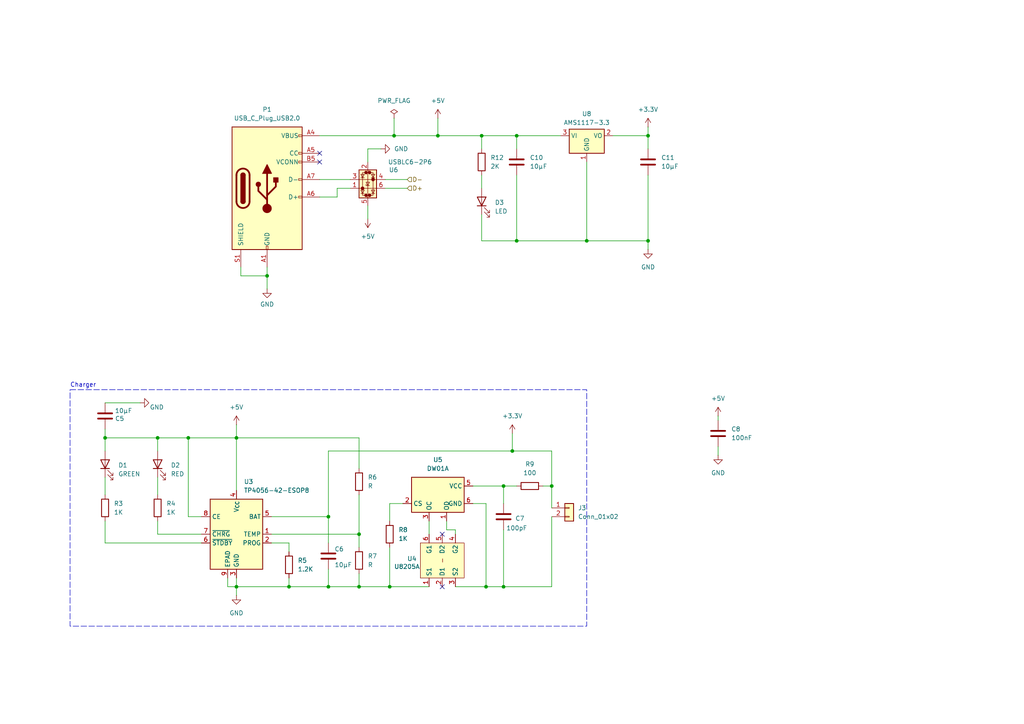
<source format=kicad_sch>
(kicad_sch (version 20250114) (generator "eeschema") (generator_version "9.0")
  (paper "A4")
  (lib_symbols
    (symbol "Battery_Management:DW01A"
      (property "Reference" "U" (at -6.604 6.35 0))
      (property "Value" "DW01A" (at 4.318 6.604 0))
      (symbol "DW01A_0_1"
        (pin power_in line (at -10.16 2.54 0) (length 2.54) (name "VCC") (number "5"))
        (pin power_in line (at -10.16 -2.54 0) (length 2.54) (name "GND") (number "6"))
        (pin output line (at -2.54 -7.62 90) (length 2.54) (name "OD") (number "1"))
        (pin output line (at 2.54 -7.62 90) (length 2.54) (name "OC") (number "3"))
        (pin input line (at 10.16 -2.54 180) (length 2.54) (name "CS") (number "2"))
      )
      (symbol "DW01A_1_1"
        (rectangle (start -7.62 5.08) (end 7.62 -5.08) (stroke (width 0.254)) (fill (type background)))
        (pin no_connect line (at 10.16 2.54 180) (length 2.54) (hide yes) (name "TD") (number "4"))
      )
    )
    (symbol "Battery_Management:TP4056-42-ESOP8"
      (property "Reference" "U" (at -6.604 11.684 0))
      (property "Value" "TP4056-42-ESOP8" (at 10.16 11.684 0))
      (symbol "TP4056-42-ESOP8_1_0"
        (pin input line (at -10.16 5.08 0) (length 2.54) (name "CE") (number "8"))
        (pin open_collector line (at -10.16 0 0) (length 2.54) (name "~{CHRG}") (number "7"))
        (pin open_collector line (at -10.16 -2.54 0) (length 2.54) (name "~{STDBY}") (number "6"))
        (pin passive line (at -2.54 -12.7 90) (length 2.54) (name "EPAD") (number "9"))
        (pin power_in line (at 0 12.7 270) (length 2.54) (name "V_{CC}") (number "4"))
        (pin power_in line (at 0 -12.7 90) (length 2.54) (name "GND") (number "3"))
        (pin power_out line (at 10.16 5.08 180) (length 2.54) (name "BAT") (number "5"))
        (pin input line (at 10.16 0 180) (length 2.54) (name "TEMP") (number "1"))
        (pin passive line (at 10.16 -2.54 180) (length 2.54) (name "PROG") (number "2"))
      )
      (symbol "TP4056-42-ESOP8_1_1"
        (rectangle (start -7.62 10.16) (end 7.62 -10.16) (stroke (width 0.254)) (fill (type background)))
      )
    )
    (symbol "Connector:USB_C_Plug_USB2.0" (pin_names (offset 1.016))
      (property "Reference" "P" (at -10.16 19.05 0))
      (property "Value" "USB_C_Plug_USB2.0" (at 12.7 19.05 0))
      (symbol "USB_C_Plug_USB2.0_0_0"
        (rectangle (start -0.254 -17.78) (end 0.254 -16.764))
        (rectangle (start 10.16 15.494) (end 9.144 14.986))
        (rectangle (start 10.16 10.414) (end 9.144 9.906))
        (rectangle (start 10.16 7.874) (end 9.144 7.366))
        (rectangle (start 10.16 2.794) (end 9.144 2.286))
        (rectangle (start 10.16 -2.286) (end 9.144 -2.794))
      )
      (symbol "USB_C_Plug_USB2.0_0_1"
        (rectangle (start -10.16 17.78) (end 10.16 -17.78) (stroke (width 0.254)) (fill (type background)))
        (polyline (pts (xy -8.89 -3.81) (xy -8.89 3.81)) (stroke (width 0.508)))
        (rectangle (start -7.62 -3.81) (end -6.35 3.81) (stroke (width 0.254)) (fill (type outline)))
        (arc (start -7.62 3.81) (mid -6.985 4.4423) (end -6.35 3.81) (stroke (width 0.254)))
        (arc (start -7.62 3.81) (mid -6.985 4.4423) (end -6.35 3.81) (stroke (width 0.254)) (fill (type outline)))
        (arc (start -8.89 3.81) (mid -6.985 5.7067) (end -5.08 3.81) (stroke (width 0.508)))
        (arc (start -5.08 -3.81) (mid -6.985 -5.7067) (end -8.89 -3.81) (stroke (width 0.508)))
        (arc (start -6.35 -3.81) (mid -6.985 -4.4423) (end -7.62 -3.81) (stroke (width 0.254)))
        (arc (start -6.35 -3.81) (mid -6.985 -4.4423) (end -7.62 -3.81) (stroke (width 0.254)) (fill (type outline)))
        (polyline (pts (xy -5.08 3.81) (xy -5.08 -3.81)) (stroke (width 0.508)))
        (circle (center -2.54 1.143) (radius 0.635) (stroke (width 0.254)) (fill (type outline)))
        (polyline (pts (xy -1.27 4.318) (xy 0 6.858) (xy 1.27 4.318) (xy -1.27 4.318)) (stroke (width 0.254)) (fill (type outline)))
        (polyline (pts (xy 0 -2.032) (xy 2.54 0.508) (xy 2.54 1.778)) (stroke (width 0.508)))
        (polyline (pts (xy 0 -3.302) (xy -2.54 -0.762) (xy -2.54 0.508)) (stroke (width 0.508)))
        (polyline (pts (xy 0 -5.842) (xy 0 4.318)) (stroke (width 0.508)))
        (circle (center 0 -5.842) (radius 1.27) (fill (type outline)))
        (rectangle (start 1.905 1.778) (end 3.175 3.048) (stroke (width 0.254)) (fill (type outline)))
      )
      (symbol "USB_C_Plug_USB2.0_1_1"
        (pin passive line (at -7.62 -22.86 90) (length 5.08) (name "SHIELD") (number "S1"))
        (pin passive line (at 0 -22.86 90) (length 5.08) (name "GND") (number "A1"))
        (pin passive line (at 0 -22.86 90) (length 5.08) (hide yes) (name "GND") (number "A12"))
        (pin passive line (at 0 -22.86 90) (length 5.08) (hide yes) (name "GND") (number "B1"))
        (pin passive line (at 0 -22.86 90) (length 5.08) (hide yes) (name "GND") (number "B12"))
        (pin passive line (at 15.24 15.24 180) (length 5.08) (name "VBUS") (number "A4"))
        (pin passive line (at 15.24 15.24 180) (length 5.08) (hide yes) (name "VBUS") (number "A9"))
        (pin passive line (at 15.24 15.24 180) (length 5.08) (hide yes) (name "VBUS") (number "B4"))
        (pin passive line (at 15.24 15.24 180) (length 5.08) (hide yes) (name "VBUS") (number "B9"))
        (pin bidirectional line (at 15.24 10.16 180) (length 5.08) (name "CC") (number "A5"))
        (pin bidirectional line (at 15.24 7.62 180) (length 5.08) (name "VCONN") (number "B5"))
        (pin bidirectional line (at 15.24 2.54 180) (length 5.08) (name "D-") (number "A7"))
        (pin bidirectional line (at 15.24 -2.54 180) (length 5.08) (name "D+") (number "A6"))
      )
    )
    (symbol "Connector_Generic:Conn_01x02" (pin_names (offset 1.016) (hide yes))
      (property "Reference" "J" (at 0 2.54 0))
      (property "Value" "Conn_01x02" (at 0 -5.08 0))
      (symbol "Conn_01x02_1_1"
        (rectangle (start -1.27 1.27) (end 1.27 -3.81) (stroke (width 0.254)) (fill (type background)))
        (rectangle (start -1.27 0.127) (end 0 -0.127) (stroke (width 0.1524)))
        (rectangle (start -1.27 -2.413) (end 0 -2.667) (stroke (width 0.1524)))
        (pin passive line (at -5.08 0 0) (length 3.81) (name "Pin_1") (number "1"))
        (pin passive line (at -5.08 -2.54 0) (length 3.81) (name "Pin_2") (number "2"))
      )
    )
    (symbol "Device:C" (pin_numbers (hide yes)) (pin_names (offset 0.254))
      (property "Reference" "C" (at 0.635 2.54 0))
      (property "Value" "C" (at 0.635 -2.54 0))
      (symbol "C_0_1"
        (polyline (pts (xy -2.032 0.762) (xy 2.032 0.762)) (stroke (width 0.508)))
        (polyline (pts (xy -2.032 -0.762) (xy 2.032 -0.762)) (stroke (width 0.508)))
      )
      (symbol "C_1_1"
        (pin passive line (at 0 3.81 270) (length 2.794) (name "~") (number "1"))
        (pin passive line (at 0 -3.81 90) (length 2.794) (name "~") (number "2"))
      )
    )
    (symbol "Device:LED" (pin_numbers (hide yes)) (pin_names (offset 1.016) (hide yes))
      (property "Reference" "D" (at 0 2.54 0))
      (property "Value" "LED" (at 0 -2.54 0))
      (symbol "LED_0_1"
        (polyline (pts (xy -3.048 -0.762) (xy -4.572 -2.286) (xy -3.81 -2.286) (xy -4.572 -2.286) (xy -4.572 -1.524)))
        (polyline (pts (xy -1.778 -0.762) (xy -3.302 -2.286) (xy -2.54 -2.286) (xy -3.302 -2.286) (xy -3.302 -1.524)))
        (polyline (pts (xy -1.27 0) (xy 1.27 0)))
        (polyline (pts (xy -1.27 -1.27) (xy -1.27 1.27)) (stroke (width 0.254)))
        (polyline (pts (xy 1.27 -1.27) (xy 1.27 1.27) (xy -1.27 0) (xy 1.27 -1.27)) (stroke (width 0.254)))
      )
      (symbol "LED_1_1"
        (pin passive line (at -3.81 0 0) (length 2.54) (name "K") (number "1"))
        (pin passive line (at 3.81 0 180) (length 2.54) (name "A") (number "2"))
      )
    )
    (symbol "Device:R" (pin_numbers (hide yes)) (pin_names (offset 0))
      (property "Reference" "R" (at 2.032 0 90))
      (property "Value" "R" (at 0 0 90))
      (symbol "R_0_1"
        (rectangle (start -1.016 -2.54) (end 1.016 2.54) (stroke (width 0.254)))
      )
      (symbol "R_1_1"
        (pin passive line (at 0 3.81 270) (length 1.27) (name "~") (number "1"))
        (pin passive line (at 0 -3.81 90) (length 1.27) (name "~") (number "2"))
      )
    )
    (symbol "PCM_yvolodym:8205A"
      (property "Reference" "U" (at -2.54 2.54 0))
      (property "Value" "U8205A" (at 0 0 0))
      (symbol "8205A_0_1"
        (rectangle (start -5.08 -1.27) (end 5.08 -13.97) (fill (type background)))
      )
      (symbol "8205A_1_1"
        (text "-" (at 0 -7.62 0) (effects (font (size 1.27 1.27))))
        (pin bidirectional line (at -7.62 -3.81 0) (length 2.54) (name "S1") (number "1"))
        (pin output line (at -7.62 -7.62 0) (length 2.54) (name "D1") (number "2"))
        (pin bidirectional line (at -7.62 -11.43 0) (length 2.54) (name "S2") (number "3"))
        (pin input line (at 7.62 -3.81 180) (length 2.54) (name "G1") (number "6"))
        (pin output line (at 7.62 -7.62 180) (length 2.54) (name "D2") (number "5"))
        (pin input line (at 7.62 -11.43 180) (length 2.54) (name "G2") (number "4"))
      )
    )
    (symbol "Power_Protection:USBLC6-2P6" (pin_names (hide yes))
      (property "Reference" "U" (at 0.635 5.715 0))
      (property "Value" "USBLC6-2P6" (at 0.635 3.81 0))
      (symbol "USBLC6-2P6_0_0"
        (circle (center -1.524 0) (radius 0.0001) (stroke (width 0.508)))
        (circle (center -0.508 2.032) (radius 0.0001) (stroke (width 0.508)))
        (circle (center -0.508 -4.572) (radius 0.0001) (stroke (width 0.508)))
        (circle (center 0.508 2.032) (radius 0.0001) (stroke (width 0.508)))
        (circle (center 0.508 -4.572) (radius 0.0001) (stroke (width 0.508)))
        (circle (center 1.524 -2.54) (radius 0.0001) (stroke (width 0.508)))
      )
      (symbol "USBLC6-2P6_0_1"
        (polyline (pts (xy -2.54 0) (xy 2.54 0)))
        (polyline (pts (xy -2.54 -2.54) (xy 2.54 -2.54)))
        (polyline (pts (xy -2.032 0.508) (xy -1.016 0.508) (xy -1.524 1.524) (xy -2.032 0.508)))
        (polyline (pts (xy -2.032 -3.048) (xy -1.016 -3.048)))
        (polyline (pts (xy -1.016 1.524) (xy -2.032 1.524)))
        (polyline (pts (xy -1.016 -4.064) (xy -2.032 -4.064) (xy -1.524 -3.048) (xy -1.016 -4.064)))
        (polyline (pts (xy -0.508 -1.143) (xy -0.508 -0.762) (xy 0.508 -0.762)))
        (polyline (pts (xy 0 2.54) (xy -0.508 2.032) (xy 0.508 2.032) (xy 0 1.524) (xy 0 -4.064) (xy -0.508 -4.572) (xy 0.508 -4.572) (xy 0 -5.08)))
        (polyline (pts (xy 0.508 -1.778) (xy -0.508 -1.778) (xy 0 -0.762) (xy 0.508 -1.778)))
        (polyline (pts (xy 1.016 1.524) (xy 2.032 1.524)))
        (polyline (pts (xy 1.016 -3.048) (xy 2.032 -3.048)))
        (polyline (pts (xy 2.032 0.508) (xy 1.016 0.508) (xy 1.524 1.524) (xy 2.032 0.508)))
        (polyline (pts (xy 2.032 -4.064) (xy 1.016 -4.064) (xy 1.524 -3.048) (xy 2.032 -4.064)))
      )
      (symbol "USBLC6-2P6_1_1"
        (rectangle (start -2.54 2.794) (end 2.54 -5.334) (stroke (width 0.254)) (fill (type background)))
        (polyline (pts (xy -0.508 2.032) (xy -1.524 2.032) (xy -1.524 -4.572) (xy -0.508 -4.572)))
        (polyline (pts (xy 0.508 -4.572) (xy 1.524 -4.572) (xy 1.524 2.032) (xy 0.508 2.032)))
        (pin passive line (at -5.08 0 0) (length 2.54) (name "I/O1") (number "1"))
        (pin passive line (at -5.08 -2.54 0) (length 2.54) (name "I/O2") (number "3"))
        (pin passive line (at 0 5.08 270) (length 2.54) (name "VBUS") (number "5"))
        (pin passive line (at 0 -7.62 90) (length 2.54) (name "GND") (number "2"))
        (pin passive line (at 5.08 0 180) (length 2.54) (name "I/O1") (number "6"))
        (pin passive line (at 5.08 -2.54 180) (length 2.54) (name "I/O2") (number "4"))
      )
    )
    (symbol "Regulator_Linear:AMS1117-3.3"
      (property "Reference" "U" (at -3.81 3.175 0))
      (property "Value" "AMS1117-3.3" (at 0 3.175 0))
      (symbol "AMS1117-3.3_0_1"
        (rectangle (start -5.08 -5.08) (end 5.08 1.905) (stroke (width 0.254)) (fill (type background)))
      )
      (symbol "AMS1117-3.3_1_1"
        (pin power_in line (at -7.62 0 0) (length 2.54) (name "VI") (number "3"))
        (pin power_in line (at 0 -7.62 90) (length 2.54) (name "GND") (number "1"))
        (pin power_out line (at 7.62 0 180) (length 2.54) (name "VO") (number "2"))
      )
    )
    (symbol "power:+3.3V" (power) (pin_numbers (hide yes)) (pin_names (offset 0) (hide yes))
      (property "Value" "+3.3V" (at 0 3.556 0))
      (symbol "+3.3V_0_1"
        (polyline (pts (xy -0.762 1.27) (xy 0 2.54)))
        (polyline (pts (xy 0 2.54) (xy 0.762 1.27)))
        (polyline (pts (xy 0 0) (xy 0 2.54)))
      )
      (symbol "+3.3V_1_1"
        (pin power_in line (at 0 0 90) (length 0) (name "~") (number "1"))
      )
    )
    (symbol "power:+5V" (power) (pin_numbers (hide yes)) (pin_names (offset 0) (hide yes))
      (property "Value" "+5V" (at 0 3.556 0))
      (symbol "+5V_0_1"
        (polyline (pts (xy -0.762 1.27) (xy 0 2.54)))
        (polyline (pts (xy 0 2.54) (xy 0.762 1.27)))
        (polyline (pts (xy 0 0) (xy 0 2.54)))
      )
      (symbol "+5V_1_1"
        (pin power_in line (at 0 0 90) (length 0) (name "~") (number "1"))
      )
    )
    (symbol "power:GND" (power) (pin_numbers (hide yes)) (pin_names (offset 0) (hide yes))
      (property "Value" "GND" (at 0 -3.81 0))
      (symbol "GND_0_1"
        (polyline (pts (xy 0 0) (xy 0 -1.27) (xy 1.27 -1.27) (xy 0 -2.54) (xy -1.27 -1.27) (xy 0 -1.27)))
      )
      (symbol "GND_1_1"
        (pin power_in line (at 0 0 270) (length 0) (name "~") (number "1"))
      )
    )
    (symbol "power:PWR_FLAG" (power) (pin_numbers (hide yes)) (pin_names (offset 0) (hide yes))
      (property "Value" "PWR_FLAG" (at 0 3.81 0))
      (symbol "PWR_FLAG_0_0"
        (pin power_out line (at 0 0 90) (length 0) (name "~") (number "1"))
      )
      (symbol "PWR_FLAG_0_1"
        (polyline (pts (xy 0 0) (xy 0 1.27) (xy -1.016 1.905) (xy 0 2.54) (xy 1.016 1.905) (xy 0 1.27)))
      )
    )
  )
  (rectangle (start 20.32 113.03) (end 170.18 181.61) (stroke (width 0) (type dash)))
  (text "Charger" (at 24.13 111.76 0) (effects (font (size 1.27 1.27))))
  (junction (at 68.58 170.18))
  (junction (at 187.96 69.85))
  (junction (at 139.7 39.37))
  (junction (at 68.58 127))
  (junction (at 54.61 127))
  (junction (at 146.05 170.18))
  (junction (at 77.47 80.01))
  (junction (at 140.97 170.18))
  (junction (at 149.86 69.85))
  (junction (at 148.59 130.81))
  (junction (at 146.05 140.97))
  (junction (at 160.02 140.97))
  (junction (at 104.14 154.94))
  (junction (at 170.18 69.85))
  (junction (at 95.25 149.86))
  (junction (at 187.96 39.37))
  (junction (at 104.14 170.18))
  (junction (at 30.48 127))
  (junction (at 149.86 39.37))
  (junction (at 83.82 170.18))
  (junction (at 127 39.37))
  (junction (at 45.72 127))
  (junction (at 95.25 170.18))
  (junction (at 113.03 170.18))
  (junction (at 114.3 39.37))
  (no_connect (at 92.71 44.45))
  (no_connect (at 128.27 154.94))
  (no_connect (at 128.27 170.18))
  (no_connect (at 92.71 46.99))
  (wire (pts (xy 111.76 54.61) (xy 118.11 54.61)))
  (wire (pts (xy 58.42 157.48) (xy 30.48 157.48)))
  (wire (pts (xy 149.86 69.85) (xy 170.18 69.85)))
  (wire (pts (xy 78.74 157.48) (xy 83.82 157.48)))
  (wire (pts (xy 104.14 154.94) (xy 104.14 158.75)))
  (wire (pts (xy 68.58 170.18) (xy 83.82 170.18)))
  (wire (pts (xy 140.97 170.18) (xy 146.05 170.18)))
  (wire (pts (xy 54.61 149.86) (xy 54.61 127)))
  (wire (pts (xy 139.7 62.23) (xy 139.7 69.85)))
  (wire (pts (xy 208.28 129.54) (xy 208.28 132.08)))
  (wire (pts (xy 106.68 59.69) (xy 106.68 63.5)))
  (wire (pts (xy 77.47 77.47) (xy 77.47 80.01)))
  (wire (pts (xy 104.14 135.89) (xy 104.14 127)))
  (wire (pts (xy 95.25 170.18) (xy 104.14 170.18)))
  (wire (pts (xy 104.14 143.51) (xy 104.14 154.94)))
  (wire (pts (xy 104.14 127) (xy 68.58 127)))
  (wire (pts (xy 187.96 50.8) (xy 187.96 69.85)))
  (wire (pts (xy 137.16 140.97) (xy 146.05 140.97)))
  (wire (pts (xy 45.72 127) (xy 30.48 127)))
  (wire (pts (xy 146.05 170.18) (xy 160.02 170.18)))
  (wire (pts (xy 113.03 170.18) (xy 104.14 170.18)))
  (wire (pts (xy 139.7 39.37) (xy 139.7 43.18)))
  (wire (pts (xy 54.61 127) (xy 45.72 127)))
  (wire (pts (xy 30.48 138.43) (xy 30.48 143.51)))
  (wire (pts (xy 104.14 166.37) (xy 104.14 170.18)))
  (wire (pts (xy 139.7 50.8) (xy 139.7 54.61)))
  (wire (pts (xy 68.58 170.18) (xy 68.58 172.72)))
  (wire (pts (xy 132.08 153.67) (xy 132.08 154.94)))
  (wire (pts (xy 146.05 153.67) (xy 146.05 170.18)))
  (wire (pts (xy 68.58 167.64) (xy 68.58 170.18)))
  (wire (pts (xy 140.97 146.05) (xy 140.97 170.18)))
  (wire (pts (xy 139.7 69.85) (xy 149.86 69.85)))
  (wire (pts (xy 160.02 130.81) (xy 160.02 140.97)))
  (wire (pts (xy 124.46 151.13) (xy 124.46 154.94)))
  (wire (pts (xy 149.86 39.37) (xy 149.86 43.18)))
  (wire (pts (xy 139.7 39.37) (xy 149.86 39.37)))
  (wire (pts (xy 106.68 46.99) (xy 106.68 43.18)))
  (wire (pts (xy 92.71 57.15) (xy 97.79 57.15)))
  (wire (pts (xy 127 34.29) (xy 127 39.37)))
  (wire (pts (xy 30.48 116.84) (xy 40.64 116.84)))
  (wire (pts (xy 113.03 158.75) (xy 113.03 170.18)))
  (wire (pts (xy 114.3 39.37) (xy 127 39.37)))
  (wire (pts (xy 146.05 140.97) (xy 149.86 140.97)))
  (wire (pts (xy 132.08 170.18) (xy 140.97 170.18)))
  (wire (pts (xy 30.48 127) (xy 30.48 130.81)))
  (wire (pts (xy 45.72 138.43) (xy 45.72 143.51)))
  (wire (pts (xy 58.42 154.94) (xy 45.72 154.94)))
  (wire (pts (xy 111.76 52.07) (xy 118.11 52.07)))
  (wire (pts (xy 83.82 167.64) (xy 83.82 170.18)))
  (wire (pts (xy 149.86 39.37) (xy 162.56 39.37)))
  (wire (pts (xy 97.79 57.15) (xy 97.79 54.61)))
  (wire (pts (xy 95.25 130.81) (xy 148.59 130.81)))
  (wire (pts (xy 113.03 146.05) (xy 113.03 151.13)))
  (wire (pts (xy 187.96 39.37) (xy 187.96 43.18)))
  (wire (pts (xy 160.02 140.97) (xy 160.02 147.32)))
  (wire (pts (xy 45.72 127) (xy 45.72 130.81)))
  (wire (pts (xy 137.16 146.05) (xy 140.97 146.05)))
  (wire (pts (xy 148.59 130.81) (xy 160.02 130.81)))
  (wire (pts (xy 129.54 151.13) (xy 129.54 153.67)))
  (wire (pts (xy 177.8 39.37) (xy 187.96 39.37)))
  (wire (pts (xy 170.18 46.99) (xy 170.18 69.85)))
  (wire (pts (xy 77.47 80.01) (xy 77.47 83.82)))
  (wire (pts (xy 68.58 123.19) (xy 68.58 127)))
  (wire (pts (xy 146.05 146.05) (xy 146.05 140.97)))
  (wire (pts (xy 97.79 54.61) (xy 101.6 54.61)))
  (wire (pts (xy 170.18 69.85) (xy 187.96 69.85)))
  (wire (pts (xy 113.03 146.05) (xy 116.84 146.05)))
  (wire (pts (xy 127 39.37) (xy 139.7 39.37)))
  (wire (pts (xy 68.58 127) (xy 54.61 127)))
  (wire (pts (xy 95.25 149.86) (xy 95.25 157.48)))
  (wire (pts (xy 66.04 167.64) (xy 66.04 170.18)))
  (wire (pts (xy 30.48 124.46) (xy 30.48 127)))
  (wire (pts (xy 157.48 140.97) (xy 160.02 140.97)))
  (wire (pts (xy 58.42 149.86) (xy 54.61 149.86)))
  (wire (pts (xy 78.74 154.94) (xy 104.14 154.94)))
  (wire (pts (xy 129.54 153.67) (xy 132.08 153.67)))
  (wire (pts (xy 30.48 157.48) (xy 30.48 151.13)))
  (wire (pts (xy 69.85 80.01) (xy 77.47 80.01)))
  (wire (pts (xy 95.25 165.1) (xy 95.25 170.18)))
  (wire (pts (xy 208.28 120.65) (xy 208.28 121.92)))
  (wire (pts (xy 92.71 39.37) (xy 114.3 39.37)))
  (wire (pts (xy 187.96 69.85) (xy 187.96 72.39)))
  (wire (pts (xy 106.68 43.18) (xy 110.49 43.18)))
  (wire (pts (xy 187.96 36.83) (xy 187.96 39.37)))
  (wire (pts (xy 45.72 154.94) (xy 45.72 151.13)))
  (wire (pts (xy 66.04 170.18) (xy 68.58 170.18)))
  (wire (pts (xy 148.59 125.73) (xy 148.59 130.81)))
  (wire (pts (xy 78.74 149.86) (xy 95.25 149.86)))
  (wire (pts (xy 69.85 77.47) (xy 69.85 80.01)))
  (wire (pts (xy 92.71 52.07) (xy 101.6 52.07)))
  (wire (pts (xy 114.3 34.29) (xy 114.3 39.37)))
  (wire (pts (xy 160.02 170.18) (xy 160.02 149.86)))
  (wire (pts (xy 83.82 157.48) (xy 83.82 160.02)))
  (wire (pts (xy 95.25 130.81) (xy 95.25 149.86)))
  (wire (pts (xy 68.58 142.24) (xy 68.58 127)))
  (wire (pts (xy 124.46 170.18) (xy 113.03 170.18)))
  (wire (pts (xy 95.25 170.18) (xy 83.82 170.18)))
  (wire (pts (xy 149.86 50.8) (xy 149.86 69.85)))
  (hierarchical_label "D-" (shape input) (at 118.11 52.07 0))
  (hierarchical_label "D+" (shape input) (at 118.11 54.61 0))
  (symbol (lib_id "Device:LED") (at 45.72 134.62 90) (unit 1)
    (property "Reference" "D2" (at 49.53 134.9374 90) (effects (justify right)))
    (property "Value" "RED" (at 49.53 137.4774 90) (effects (justify right)))
    (property "Footprint" "Diode_SMD:D_0603_1608Metric" (effects (hide yes)))
    (property "Description" "Light emitting diode" (effects (hide yes)))
    (property "Sim.Pins" "1=K 2=A" (effects (hide yes)))
  )
  (symbol (lib_id "power:GND") (at 187.96 72.39 0) (unit 1)
    (property "Reference" "#PWR023" (effects (hide yes)))
    (property "Value" "GND" (at 187.96 77.47 0))
    (property "Description" "Power symbol creates a global label with name \"GND\" , ground" (effects (hide yes)))
  )
  (symbol (lib_id "Connector_Generic:Conn_01x02") (at 165.1 147.32 0) (unit 1)
    (property "Reference" "J3" (at 167.64 147.3199 0) (effects (justify left)))
    (property "Value" "Conn_01x02" (at 167.64 149.8599 0) (effects (justify left)))
    (property "Footprint" "Connector_JST:JST_PH_B2B-PH-K_1x02_P2.00mm_Vertical" (effects (hide yes)))
    (property "Description" "Generic connector, single row, 01x02, script generated (kicad-library-utils/schlib/autogen/connector/)" (effects (hide yes)))
  )
  (symbol (lib_id "Device:C") (at 146.05 149.86 180) (unit 1)
    (property "Reference" "C7" (at 152.146 150.368 0) (effects (justify left)))
    (property "Value" "100pF" (at 152.908 153.162 0) (effects (justify left)))
    (property "Footprint" "Capacitor_SMD:C_1206_3216Metric" (effects (hide yes)))
    (property "Description" "Unpolarized capacitor" (effects (hide yes)))
  )
  (symbol (lib_id "power:+5V") (at 106.68 63.5 180) (unit 1)
    (property "Reference" "#PWR015" (effects (hide yes)))
    (property "Value" "+5V" (at 106.68 68.58 0))
    (property "Description" "Power symbol creates a global label with name \"+5V\"" (effects (hide yes)))
  )
  (symbol (lib_id "power:+5V") (at 127 34.29 0) (unit 1)
    (property "Reference" "#PWR019" (effects (hide yes)))
    (property "Value" "+5V" (at 127 29.21 0))
    (property "Description" "Power symbol creates a global label with name \"+5V\"" (effects (hide yes)))
  )
  (symbol (lib_id "power:GND") (at 68.58 172.72 0) (unit 1)
    (property "Reference" "#PWR012" (effects (hide yes)))
    (property "Value" "GND" (at 68.58 177.8 0))
    (property "Description" "Power symbol creates a global label with name \"GND\" , ground" (effects (hide yes)))
  )
  (symbol (lib_id "power:GND") (at 40.64 116.84 90) (unit 1)
    (property "Reference" "#PWR010" (effects (hide yes)))
    (property "Value" "GND" (at 43.434 118.11 90) (effects (justify right)))
    (property "Description" "Power symbol creates a global label with name \"GND\" , ground" (effects (hide yes)))
  )
  (symbol (lib_id "Device:R") (at 83.82 163.83 180) (unit 1)
    (property "Reference" "R5" (at 86.36 162.5599 0) (effects (justify right)))
    (property "Value" "1.2K" (at 86.36 165.0999 0) (effects (justify right)))
    (property "Footprint" "Resistor_SMD:R_1206_3216Metric" (effects (hide yes)))
    (property "Description" "Resistor" (effects (hide yes)))
  )
  (symbol (lib_id "Device:R") (at 104.14 162.56 180) (unit 1)
    (property "Reference" "R7" (at 106.68 161.2899 0) (effects (justify right)))
    (property "Value" "R" (at 106.68 163.8299 0) (effects (justify right)))
    (property "Footprint" "Resistor_SMD:R_1206_3216Metric" (effects (hide yes)))
    (property "Description" "Resistor" (effects (hide yes)))
  )
  (symbol (lib_id "Device:C") (at 149.86 46.99 0) (unit 1)
    (property "Reference" "C10" (at 153.67 45.7199 0) (effects (justify left)))
    (property "Value" "10µF" (at 153.67 48.2599 0) (effects (justify left)))
    (property "Footprint" "Capacitor_SMD:C_1206_3216Metric" (effects (hide yes)))
    (property "Description" "Unpolarized capacitor" (effects (hide yes)))
  )
  (symbol (lib_id "Device:LED") (at 139.7 58.42 90) (unit 1)
    (property "Reference" "D3" (at 143.51 58.7374 90) (effects (justify right)))
    (property "Value" "LED" (at 143.51 61.2774 90) (effects (justify right)))
    (property "Footprint" "Diode_SMD:D_0603_1608Metric" (effects (hide yes)))
    (property "Description" "Light emitting diode" (effects (hide yes)))
    (property "Sim.Pins" "1=K 2=A" (effects (hide yes)))
  )
  (symbol (lib_id "power:+3.3V") (at 187.96 36.83 0) (unit 1)
    (property "Reference" "#PWR022" (effects (hide yes)))
    (property "Value" "+3.3V" (at 187.96 31.75 0))
    (property "Description" "Power symbol creates a global label with name \"+3.3V\"" (effects (hide yes)))
  )
  (symbol (lib_id "Device:R") (at 153.67 140.97 270) (unit 1)
    (property "Reference" "R9" (at 153.67 134.62 90))
    (property "Value" "100" (at 153.67 137.16 90))
    (property "Footprint" "Resistor_SMD:R_1206_3216Metric" (effects (hide yes)))
    (property "Description" "Resistor" (effects (hide yes)))
  )
  (symbol (lib_id "Device:C") (at 208.28 125.73 180) (unit 1)
    (property "Reference" "C8" (at 212.09 124.4599 0) (effects (justify right)))
    (property "Value" "100nF" (at 212.09 126.9999 0) (effects (justify right)))
    (property "Footprint" "Capacitor_SMD:C_1206_3216Metric" (effects (hide yes)))
    (property "Description" "Unpolarized capacitor" (effects (hide yes)))
  )
  (symbol (lib_id "Device:R") (at 113.03 154.94 180) (unit 1)
    (property "Reference" "R8" (at 115.57 153.6699 0) (effects (justify right)))
    (property "Value" "1K" (at 115.57 156.2099 0) (effects (justify right)))
    (property "Footprint" "Resistor_SMD:R_1206_3216Metric" (effects (hide yes)))
    (property "Description" "Resistor" (effects (hide yes)))
  )
  (symbol (lib_id "Device:LED") (at 30.48 134.62 90) (unit 1)
    (property "Reference" "D1" (at 34.29 134.9374 90) (effects (justify right)))
    (property "Value" "GREEN" (at 34.29 137.4774 90) (effects (justify right)))
    (property "Footprint" "Diode_SMD:D_0603_1608Metric" (effects (hide yes)))
    (property "Description" "Light emitting diode" (effects (hide yes)))
    (property "Sim.Pins" "1=K 2=A" (effects (hide yes)))
  )
  (symbol (lib_id "power:GND") (at 110.49 43.18 90) (unit 1)
    (property "Reference" "#PWR016" (effects (hide yes)))
    (property "Value" "GND" (at 114.3 43.1799 90) (effects (justify right)))
    (property "Description" "Power symbol creates a global label with name \"GND\" , ground" (effects (hide yes)))
  )
  (symbol (lib_id "Device:R") (at 104.14 139.7 180) (unit 1)
    (property "Reference" "R6" (at 106.68 138.4299 0) (effects (justify right)))
    (property "Value" "R" (at 106.68 140.9699 0) (effects (justify right)))
    (property "Footprint" "Resistor_SMD:R_1206_3216Metric" (effects (hide yes)))
    (property "Description" "Resistor" (effects (hide yes)))
  )
  (symbol (lib_id "Device:C") (at 187.96 46.99 0) (unit 1)
    (property "Reference" "C11" (at 191.77 45.7199 0) (effects (justify left)))
    (property "Value" "10µF" (at 191.77 48.2599 0) (effects (justify left)))
    (property "Footprint" "Capacitor_SMD:C_1206_3216Metric" (effects (hide yes)))
    (property "Description" "Unpolarized capacitor" (effects (hide yes)))
  )
  (symbol (lib_id "Battery_Management:DW01A") (at 127 143.51 0) (mirror y) (unit 1)
    (property "Reference" "U5" (at 127 133.35 0))
    (property "Value" "DW01A" (at 127 135.89 0))
    (property "Footprint" "Package_TO_SOT_SMD:SOT-23-6" (effects (hide yes)))
    (property "Datasheet" "https://hmsemi.com/downfile/DW01A.PDF" (effects (hide yes)))
    (property "Description" "Overcharge, overcurrent and overdischarge protection IC for single cell lithium-ion/polymer battery" (effects (hide yes)))
  )
  (symbol (lib_id "Device:R") (at 30.48 147.32 180) (unit 1)
    (property "Reference" "R3" (at 33.02 146.0499 0) (effects (justify right)))
    (property "Value" "1K" (at 33.02 148.5899 0) (effects (justify right)))
    (property "Footprint" "Resistor_SMD:R_1206_3216Metric" (effects (hide yes)))
    (property "Description" "Resistor" (effects (hide yes)))
  )
  (symbol (lib_id "PCM_yvolodym:8205A") (at 120.65 162.56 90) (unit 1)
    (property "Reference" "U4" (at 118.11 162.052 90) (effects (justify right)))
    (property "Value" "U8205A" (at 114.3 164.338 90) (effects (justify right)))
    (property "Footprint" "Package_TO_SOT_SMD:SOT-23-6" (effects (hide yes)))
    (property "Datasheet" "https://www.umw-ic.com/static/pdf/17bbbd598f6f936a3c6d46378372fe52.pdf" (effects (hide yes)))
  )
  (symbol (lib_id "power:GND") (at 77.47 83.82 0) (unit 1)
    (property "Reference" "#PWR013" (effects (hide yes)))
    (property "Value" "GND" (at 77.47 88.265 0))
    (property "Description" "Power symbol creates a global label with name \"GND\" , ground" (effects (hide yes)))
  )
  (symbol (lib_id "power:GND") (at 208.28 132.08 0) (unit 1)
    (property "Reference" "#PWR018" (effects (hide yes)))
    (property "Value" "GND" (at 208.28 137.16 0))
    (property "Description" "Power symbol creates a global label with name \"GND\" , ground" (effects (hide yes)))
  )
  (symbol (lib_id "power:+5V") (at 68.58 123.19 0) (unit 1)
    (property "Reference" "#PWR011" (effects (hide yes)))
    (property "Value" "+5V" (at 68.58 118.11 0))
    (property "Description" "Power symbol creates a global label with name \"+5V\"" (effects (hide yes)))
  )
  (symbol (lib_id "Device:R") (at 139.7 46.99 0) (unit 1)
    (property "Reference" "R12" (at 142.24 45.7199 0) (effects (justify left)))
    (property "Value" "2K" (at 142.24 48.2599 0) (effects (justify left)))
    (property "Footprint" "Resistor_SMD:R_1206_3216Metric" (effects (hide yes)))
    (property "Description" "Resistor" (effects (hide yes)))
  )
  (symbol (lib_id "Battery_Management:TP4056-42-ESOP8") (at 68.58 154.94 0) (unit 1)
    (property "Reference" "U3" (at 70.7233 139.7 0) (effects (justify left)))
    (property "Value" "TP4056-42-ESOP8" (at 70.7233 142.24 0) (effects (justify left)))
    (property "Footprint" "Package_SO:SOIC-8-1EP_3.9x4.9mm_P1.27mm_EP2.41x3.3mm_ThermalVias" (effects (hide yes)))
    (property "Datasheet" "https://www.lcsc.com/datasheet/lcsc_datasheet_2410121619_TOPPOWER-Nanjing-Extension-Microelectronics-TP4056-42-ESOP8_C16581.pdf" (effects (hide yes)))
    (property "Description" "1A Standalone Linear Li-ion/LiPo single-cell battery charger, 4.2V ±1% charge voltage, VCC = 4.0..8.0V, SOIC-8 (SOP-8)" (effects (hide yes)))
  )
  (symbol (lib_id "Device:C") (at 30.48 120.65 180) (unit 1)
    (property "Reference" "C5" (at 36.068 121.412 0) (effects (justify left)))
    (property "Value" "10µF" (at 38.354 119.126 0) (effects (justify left)))
    (property "Footprint" "Capacitor_SMD:C_1206_3216Metric" (effects (hide yes)))
    (property "Description" "Unpolarized capacitor" (effects (hide yes)))
  )
  (symbol (lib_id "Connector:USB_C_Plug_USB2.0") (at 77.47 54.61 0) (unit 1)
    (property "Reference" "P1" (at 77.47 31.75 0))
    (property "Value" "USB_C_Plug_USB2.0" (at 77.47 34.29 0))
    (property "Footprint" "Connector_USB:USB_C_Receptacle_GCT_USB4105-xx-A_16P_TopMnt_Horizontal" (effects (hide yes)))
    (property "Datasheet" "https://www.usb.org/sites/default/files/documents/usb_type-c.zip" (effects (hide yes)))
    (property "Description" "USB 2.0-only Type-C Plug connector" (effects (hide yes)))
    (property "LCSC" "C456012" (effects (hide yes)))
  )
  (symbol (lib_id "power:+3.3V") (at 148.59 125.73 0) (unit 1)
    (property "Reference" "#PWR020" (effects (hide yes)))
    (property "Value" "+3.3V" (at 148.59 120.65 0))
    (property "Description" "Power symbol creates a global label with name \"+3.3V\"" (effects (hide yes)))
  )
  (symbol (lib_id "Device:R") (at 45.72 147.32 180) (unit 1)
    (property "Reference" "R4" (at 48.26 146.0499 0) (effects (justify right)))
    (property "Value" "1K" (at 48.26 148.5899 0) (effects (justify right)))
    (property "Footprint" "Resistor_SMD:R_1206_3216Metric" (effects (hide yes)))
    (property "Description" "Resistor" (effects (hide yes)))
  )
  (symbol (lib_id "power:PWR_FLAG") (at 114.3 34.29 0) (unit 1)
    (property "Reference" "#FLG04" (effects (hide yes)))
    (property "Value" "PWR_FLAG" (at 114.3 29.21 0))
    (property "Description" "Special symbol for telling ERC where power comes from" (effects (hide yes)))
  )
  (symbol (lib_id "Power_Protection:USBLC6-2P6") (at 106.68 54.61 0) (mirror x) (unit 1)
    (property "Reference" "U6" (at 112.776 49.276 0) (effects (justify left)))
    (property "Value" "USBLC6-2P6" (at 112.522 46.99 0) (effects (justify left)))
    (property "Footprint" "Package_TO_SOT_SMD:SOT-23-6" (effects (hide yes)))
    (property "Datasheet" "https://www.st.com/resource/en/datasheet/usblc6-2.pdf" (effects (hide yes)))
    (property "Description" "Very low capacitance ESD protection diode, 2 data-line, SOT-666" (effects (hide yes)))
  )
  (symbol (lib_id "Regulator_Linear:AMS1117-3.3") (at 170.18 39.37 0) (unit 1)
    (property "Reference" "U8" (at 170.18 33.02 0))
    (property "Value" "AMS1117-3.3" (at 170.18 35.56 0))
    (property "Footprint" "Package_TO_SOT_SMD:SOT-223-3_TabPin2" (effects (hide yes)))
    (property "Datasheet" "http://www.advanced-monolithic.com/pdf/ds1117.pdf" (effects (hide yes)))
    (property "Description" "1A Low Dropout regulator, positive, 3.3V fixed output, SOT-223" (effects (hide yes)))
  )
  (symbol (lib_id "power:+5V") (at 208.28 120.65 0) (unit 1)
    (property "Reference" "#PWR017" (effects (hide yes)))
    (property "Value" "+5V" (at 208.28 115.57 0))
    (property "Description" "Power symbol creates a global label with name \"+5V\"" (effects (hide yes)))
  )
  (symbol (lib_id "Device:C") (at 95.25 161.29 0) (unit 1)
    (property "Reference" "C6" (at 97.028 159.258 0) (effects (justify left)))
    (property "Value" "10µF" (at 97.028 163.83 0) (effects (justify left)))
    (property "Footprint" "Capacitor_SMD:C_1206_3216Metric" (effects (hide yes)))
    (property "Description" "Unpolarized capacitor" (effects (hide yes)))
  )
)
</source>
